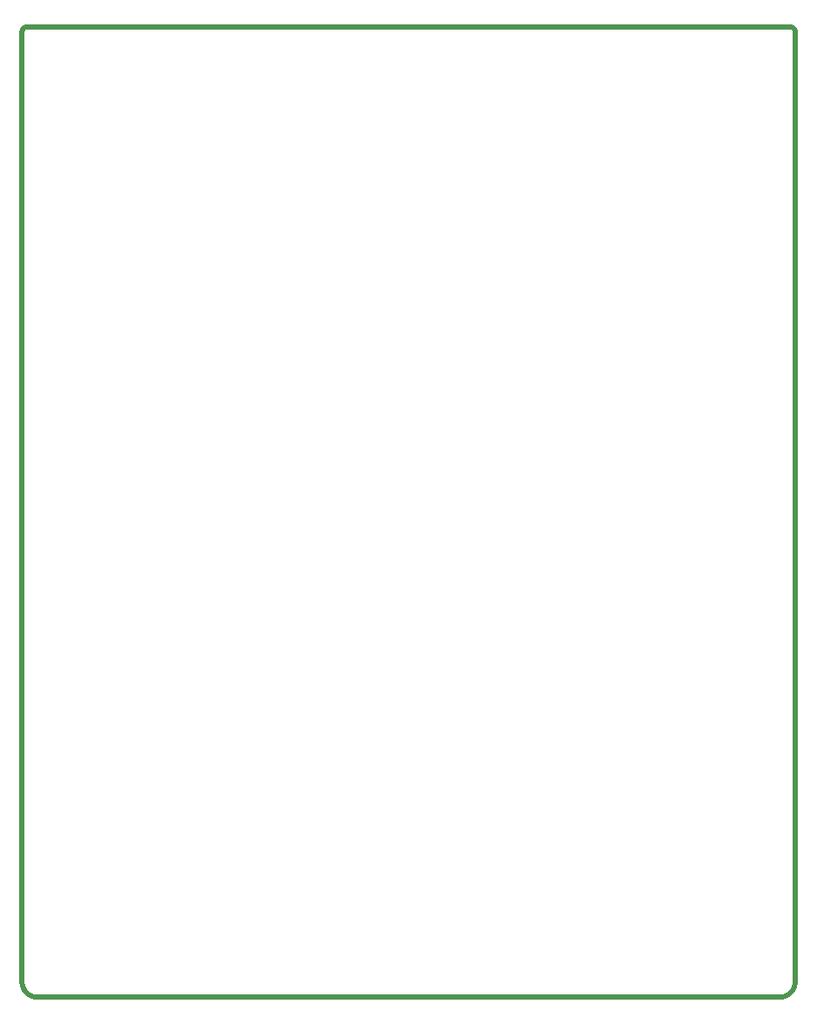
<source format=gbr>
%TF.GenerationSoftware,KiCad,Pcbnew,(6.0.2)*%
%TF.CreationDate,2022-03-22T23:07:25-04:00*%
%TF.ProjectId,RYCpad_plate,52594370-6164-45f7-906c-6174652e6b69,rev?*%
%TF.SameCoordinates,Original*%
%TF.FileFunction,Soldermask,Top*%
%TF.FilePolarity,Negative*%
%FSLAX46Y46*%
G04 Gerber Fmt 4.6, Leading zero omitted, Abs format (unit mm)*
G04 Created by KiCad (PCBNEW (6.0.2)) date 2022-03-22 23:07:25*
%MOMM*%
%LPD*%
G01*
G04 APERTURE LIST*
G04 APERTURE END LIST*
%TO.C,svg2mod*%
G36*
X-36099206Y-56874714D02*
G01*
X-36124294Y-56874198D01*
X-36149289Y-56873342D01*
X-36174188Y-56872147D01*
X-36198989Y-56870616D01*
X-36223689Y-56868750D01*
X-36248287Y-56866552D01*
X-36272779Y-56864025D01*
X-36297165Y-56861169D01*
X-36321441Y-56857989D01*
X-36345606Y-56854484D01*
X-36369658Y-56850659D01*
X-36393593Y-56846516D01*
X-36417410Y-56842055D01*
X-36441107Y-56837280D01*
X-36464682Y-56832193D01*
X-36488131Y-56826795D01*
X-36511454Y-56821090D01*
X-36534648Y-56815080D01*
X-36557710Y-56808765D01*
X-36580639Y-56802150D01*
X-36603432Y-56795236D01*
X-36626087Y-56788025D01*
X-36648601Y-56780519D01*
X-36670974Y-56772721D01*
X-36693202Y-56764632D01*
X-36715283Y-56756256D01*
X-36737215Y-56747594D01*
X-36758996Y-56738648D01*
X-36780623Y-56729421D01*
X-36802095Y-56719915D01*
X-36823409Y-56710131D01*
X-36844562Y-56700073D01*
X-36865554Y-56689743D01*
X-36886381Y-56679142D01*
X-36907042Y-56668273D01*
X-36927533Y-56657138D01*
X-36947854Y-56645739D01*
X-36968001Y-56634079D01*
X-36987972Y-56622159D01*
X-37007766Y-56609982D01*
X-37027380Y-56597550D01*
X-37046812Y-56584866D01*
X-37066060Y-56571931D01*
X-37085121Y-56558748D01*
X-37103993Y-56545318D01*
X-37122674Y-56531645D01*
X-37141162Y-56517730D01*
X-37159455Y-56503576D01*
X-37177550Y-56489184D01*
X-37195446Y-56474557D01*
X-37213139Y-56459697D01*
X-37230628Y-56444607D01*
X-37247911Y-56429288D01*
X-37264985Y-56413742D01*
X-37281848Y-56397973D01*
X-37298498Y-56381982D01*
X-37314933Y-56365771D01*
X-37331151Y-56349343D01*
X-37347148Y-56332699D01*
X-37362924Y-56315843D01*
X-37378476Y-56298775D01*
X-37393802Y-56281499D01*
X-37408899Y-56264017D01*
X-37423765Y-56246330D01*
X-37438399Y-56228441D01*
X-37452797Y-56210352D01*
X-37466958Y-56192066D01*
X-37480879Y-56173585D01*
X-37494559Y-56154910D01*
X-37507995Y-56136044D01*
X-37521184Y-56116989D01*
X-37534126Y-56097748D01*
X-37546816Y-56078322D01*
X-37559254Y-56058714D01*
X-37571437Y-56038926D01*
X-37583363Y-56018961D01*
X-37595029Y-55998819D01*
X-37606433Y-55978505D01*
X-37617574Y-55958019D01*
X-37628449Y-55937364D01*
X-37639055Y-55916543D01*
X-37649391Y-55895557D01*
X-37659455Y-55874408D01*
X-37669243Y-55853100D01*
X-37678755Y-55831633D01*
X-37687987Y-55810011D01*
X-37696937Y-55788235D01*
X-37705604Y-55766308D01*
X-37713985Y-55744231D01*
X-37722078Y-55722008D01*
X-37729881Y-55699640D01*
X-37737391Y-55677130D01*
X-37744606Y-55654479D01*
X-37751525Y-55631690D01*
X-37758144Y-55608765D01*
X-37764462Y-55585707D01*
X-37770476Y-55562517D01*
X-37776185Y-55539197D01*
X-37781585Y-55515751D01*
X-37786675Y-55492180D01*
X-37791453Y-55468486D01*
X-37795917Y-55444671D01*
X-37800063Y-55420738D01*
X-37803891Y-55396690D01*
X-37807397Y-55372527D01*
X-37810580Y-55348253D01*
X-37813437Y-55323869D01*
X-37815966Y-55299378D01*
X-37818165Y-55274782D01*
X-37820032Y-55250083D01*
X-37821564Y-55225283D01*
X-37822760Y-55200385D01*
X-37823617Y-55175391D01*
X-37824133Y-55150302D01*
X-37824305Y-55125122D01*
X-37324078Y-55125122D01*
X-37323842Y-55150539D01*
X-37323135Y-55175812D01*
X-37321961Y-55200937D01*
X-37320325Y-55225910D01*
X-37318230Y-55250727D01*
X-37315681Y-55275383D01*
X-37312682Y-55299875D01*
X-37309236Y-55324199D01*
X-37305348Y-55348351D01*
X-37301022Y-55372327D01*
X-37296262Y-55396122D01*
X-37291071Y-55419733D01*
X-37285455Y-55443155D01*
X-37279416Y-55466386D01*
X-37272959Y-55489420D01*
X-37266088Y-55512253D01*
X-37258807Y-55534882D01*
X-37251120Y-55557303D01*
X-37243031Y-55579511D01*
X-37234544Y-55601502D01*
X-37225664Y-55623273D01*
X-37216393Y-55644820D01*
X-37206737Y-55666137D01*
X-37196699Y-55687223D01*
X-37186284Y-55708071D01*
X-37175494Y-55728679D01*
X-37164335Y-55749042D01*
X-37152811Y-55769157D01*
X-37140925Y-55789019D01*
X-37128681Y-55808624D01*
X-37116084Y-55827968D01*
X-37103137Y-55847047D01*
X-37089845Y-55865858D01*
X-37076212Y-55884396D01*
X-37062241Y-55902656D01*
X-37047937Y-55920636D01*
X-37033304Y-55938331D01*
X-37018345Y-55955737D01*
X-37003065Y-55972850D01*
X-36987468Y-55989666D01*
X-36971558Y-56006181D01*
X-36955339Y-56022391D01*
X-36938814Y-56038292D01*
X-36921989Y-56053879D01*
X-36904867Y-56069150D01*
X-36887452Y-56084099D01*
X-36869747Y-56098723D01*
X-36851758Y-56113018D01*
X-36833488Y-56126980D01*
X-36814942Y-56140604D01*
X-36796122Y-56153887D01*
X-36777034Y-56166825D01*
X-36757681Y-56179414D01*
X-36738067Y-56191649D01*
X-36718197Y-56203526D01*
X-36698074Y-56215043D01*
X-36677703Y-56226194D01*
X-36657087Y-56236975D01*
X-36636231Y-56247383D01*
X-36615138Y-56257413D01*
X-36593813Y-56267062D01*
X-36572259Y-56276325D01*
X-36550481Y-56285199D01*
X-36528483Y-56293679D01*
X-36506268Y-56301761D01*
X-36483841Y-56309442D01*
X-36461206Y-56316717D01*
X-36438367Y-56323582D01*
X-36415328Y-56330033D01*
X-36392093Y-56336067D01*
X-36368665Y-56341679D01*
X-36345050Y-56346865D01*
X-36321250Y-56351621D01*
X-36297271Y-56355944D01*
X-36273116Y-56359828D01*
X-36248789Y-56363271D01*
X-36224294Y-56366267D01*
X-36199635Y-56368814D01*
X-36174816Y-56370907D01*
X-36149842Y-56372541D01*
X-36124716Y-56373714D01*
X-36099443Y-56374420D01*
X-36074025Y-56374657D01*
X36074541Y-56374657D01*
X36099959Y-56374420D01*
X36125232Y-56373714D01*
X36150358Y-56372541D01*
X36175333Y-56370907D01*
X36200151Y-56368814D01*
X36224810Y-56366267D01*
X36249305Y-56363271D01*
X36273632Y-56359828D01*
X36297788Y-56355944D01*
X36321767Y-56351621D01*
X36345567Y-56346865D01*
X36369182Y-56341679D01*
X36392610Y-56336067D01*
X36415845Y-56330033D01*
X36438884Y-56323582D01*
X36461723Y-56316717D01*
X36484358Y-56309442D01*
X36506785Y-56301761D01*
X36529000Y-56293679D01*
X36550998Y-56285199D01*
X36572776Y-56276325D01*
X36594330Y-56267062D01*
X36615655Y-56257413D01*
X36636748Y-56247383D01*
X36657604Y-56236975D01*
X36678220Y-56226194D01*
X36698592Y-56215043D01*
X36718714Y-56203526D01*
X36738585Y-56191649D01*
X36758198Y-56179414D01*
X36777551Y-56166825D01*
X36796639Y-56153887D01*
X36815459Y-56140604D01*
X36834006Y-56126980D01*
X36852275Y-56113018D01*
X36870264Y-56098723D01*
X36887969Y-56084099D01*
X36905384Y-56069150D01*
X36922506Y-56053879D01*
X36939331Y-56038292D01*
X36955856Y-56022391D01*
X36972075Y-56006181D01*
X36987985Y-55989666D01*
X37003582Y-55972850D01*
X37018862Y-55955737D01*
X37033820Y-55938331D01*
X37048454Y-55920636D01*
X37062758Y-55902656D01*
X37076729Y-55884396D01*
X37090362Y-55865858D01*
X37103654Y-55847047D01*
X37116601Y-55827968D01*
X37129198Y-55808624D01*
X37141441Y-55789019D01*
X37153327Y-55769157D01*
X37164852Y-55749042D01*
X37176011Y-55728679D01*
X37186800Y-55708071D01*
X37197216Y-55687223D01*
X37207254Y-55666137D01*
X37216910Y-55644820D01*
X37226180Y-55623273D01*
X37235061Y-55601502D01*
X37243547Y-55579511D01*
X37251636Y-55557303D01*
X37259323Y-55534882D01*
X37266604Y-55512253D01*
X37273475Y-55489420D01*
X37279932Y-55466386D01*
X37285971Y-55443155D01*
X37291587Y-55419733D01*
X37296778Y-55396122D01*
X37301538Y-55372327D01*
X37305865Y-55348351D01*
X37309752Y-55324199D01*
X37313198Y-55299875D01*
X37316197Y-55275383D01*
X37318746Y-55250727D01*
X37320841Y-55225910D01*
X37322477Y-55200937D01*
X37323651Y-55175812D01*
X37324358Y-55150539D01*
X37324594Y-55125122D01*
X37324594Y37125060D01*
X37323594Y37151453D01*
X37320625Y37176639D01*
X37315739Y37200569D01*
X37308987Y37223191D01*
X37300419Y37244455D01*
X37290086Y37264309D01*
X37278040Y37282704D01*
X37264330Y37299588D01*
X37249008Y37314910D01*
X37232124Y37328619D01*
X37213730Y37340666D01*
X37193876Y37350998D01*
X37172612Y37359566D01*
X37149990Y37366318D01*
X37126060Y37371204D01*
X37100874Y37374173D01*
X37074481Y37375174D01*
X-37073963Y37375174D01*
X-37100356Y37374173D01*
X-37125542Y37371204D01*
X-37149472Y37366318D01*
X-37172095Y37359566D01*
X-37193359Y37350998D01*
X-37213213Y37340665D01*
X-37231608Y37328619D01*
X-37248492Y37314909D01*
X-37263814Y37299586D01*
X-37277524Y37282703D01*
X-37289570Y37264308D01*
X-37299903Y37244454D01*
X-37308471Y37223190D01*
X-37315223Y37200568D01*
X-37320109Y37176639D01*
X-37323078Y37151452D01*
X-37324078Y37125060D01*
X-37324078Y-55125122D01*
X-37824305Y-55125122D01*
X-37824305Y37125060D01*
X-37823914Y37150328D01*
X-37822749Y37175354D01*
X-37820821Y37200127D01*
X-37818140Y37224635D01*
X-37814719Y37248868D01*
X-37810568Y37272814D01*
X-37805698Y37296462D01*
X-37800120Y37319802D01*
X-37793846Y37342822D01*
X-37786887Y37365511D01*
X-37779253Y37387859D01*
X-37770956Y37409853D01*
X-37762007Y37431483D01*
X-37752417Y37452739D01*
X-37742197Y37473608D01*
X-37731358Y37494080D01*
X-37719911Y37514144D01*
X-37707868Y37533789D01*
X-37695240Y37553004D01*
X-37682037Y37571777D01*
X-37668270Y37590097D01*
X-37653952Y37607954D01*
X-37639093Y37625337D01*
X-37623704Y37642234D01*
X-37607795Y37658634D01*
X-37591380Y37674527D01*
X-37574467Y37689901D01*
X-37557069Y37704745D01*
X-37539197Y37719048D01*
X-37520861Y37732799D01*
X-37502074Y37745987D01*
X-37482845Y37758601D01*
X-37463186Y37770630D01*
X-37443108Y37782063D01*
X-37422623Y37792889D01*
X-37401741Y37803096D01*
X-37380473Y37812674D01*
X-37358831Y37821611D01*
X-37336825Y37829897D01*
X-37314468Y37837521D01*
X-37291769Y37844471D01*
X-37268740Y37850736D01*
X-37245393Y37856306D01*
X-37221737Y37861169D01*
X-37197785Y37865314D01*
X-37173547Y37868730D01*
X-37149035Y37871406D01*
X-37124259Y37873332D01*
X-37099232Y37874495D01*
X-37073963Y37874885D01*
X37074481Y37874885D01*
X37099750Y37874495D01*
X37124776Y37873332D01*
X37149549Y37871406D01*
X37174057Y37868730D01*
X37198290Y37865314D01*
X37222236Y37861169D01*
X37245884Y37856306D01*
X37269224Y37850736D01*
X37292244Y37844471D01*
X37314933Y37837521D01*
X37337281Y37829897D01*
X37359275Y37821611D01*
X37380906Y37812674D01*
X37402161Y37803096D01*
X37423030Y37792888D01*
X37443503Y37782063D01*
X37463567Y37770630D01*
X37483211Y37758601D01*
X37502426Y37745987D01*
X37521199Y37732799D01*
X37539519Y37719048D01*
X37557376Y37704744D01*
X37574759Y37689900D01*
X37591656Y37674527D01*
X37608056Y37658634D01*
X37623948Y37642234D01*
X37639322Y37625337D01*
X37654166Y37607954D01*
X37668469Y37590097D01*
X37682220Y37571776D01*
X37695408Y37553003D01*
X37708022Y37533789D01*
X37720051Y37514144D01*
X37731484Y37494080D01*
X37742309Y37473608D01*
X37752516Y37452739D01*
X37762094Y37431483D01*
X37771032Y37409853D01*
X37779318Y37387858D01*
X37786941Y37365511D01*
X37793891Y37342822D01*
X37800156Y37319802D01*
X37805726Y37296462D01*
X37810589Y37272814D01*
X37814734Y37248868D01*
X37818150Y37224635D01*
X37820826Y37200127D01*
X37822751Y37175354D01*
X37823915Y37150328D01*
X37824305Y37125060D01*
X37824305Y-55125122D01*
X37824133Y-55150302D01*
X37823617Y-55175391D01*
X37822761Y-55200385D01*
X37821566Y-55225283D01*
X37820035Y-55250083D01*
X37818169Y-55274782D01*
X37815971Y-55299378D01*
X37813444Y-55323869D01*
X37810588Y-55348253D01*
X37807408Y-55372527D01*
X37803904Y-55396690D01*
X37800079Y-55420738D01*
X37795935Y-55444671D01*
X37791474Y-55468486D01*
X37786699Y-55492180D01*
X37781612Y-55515751D01*
X37776215Y-55539197D01*
X37770510Y-55562517D01*
X37764499Y-55585707D01*
X37758185Y-55608765D01*
X37751569Y-55631690D01*
X37744655Y-55654479D01*
X37737444Y-55677130D01*
X37729938Y-55699640D01*
X37722140Y-55722008D01*
X37714052Y-55744231D01*
X37705675Y-55766308D01*
X37697013Y-55788235D01*
X37688067Y-55810011D01*
X37678840Y-55831633D01*
X37669334Y-55853100D01*
X37659551Y-55874408D01*
X37649493Y-55895557D01*
X37639162Y-55916543D01*
X37628561Y-55937364D01*
X37617692Y-55958019D01*
X37606557Y-55978505D01*
X37595159Y-55998819D01*
X37583498Y-56018961D01*
X37571579Y-56038926D01*
X37559402Y-56058714D01*
X37546970Y-56078322D01*
X37534286Y-56097748D01*
X37521351Y-56116989D01*
X37508168Y-56136044D01*
X37494738Y-56154910D01*
X37481065Y-56173585D01*
X37467150Y-56192066D01*
X37452995Y-56210352D01*
X37438604Y-56228441D01*
X37423977Y-56246330D01*
X37409117Y-56264017D01*
X37394027Y-56281499D01*
X37378708Y-56298775D01*
X37363162Y-56315843D01*
X37347393Y-56332699D01*
X37331402Y-56349343D01*
X37315191Y-56365771D01*
X37298763Y-56381982D01*
X37282119Y-56397973D01*
X37265263Y-56413742D01*
X37248195Y-56429288D01*
X37230919Y-56444607D01*
X37213437Y-56459697D01*
X37195750Y-56474557D01*
X37177861Y-56489184D01*
X37159773Y-56503576D01*
X37141486Y-56517730D01*
X37123005Y-56531645D01*
X37104330Y-56545318D01*
X37085464Y-56558748D01*
X37066409Y-56571931D01*
X37047168Y-56584866D01*
X37027742Y-56597550D01*
X37008134Y-56609982D01*
X36988347Y-56622159D01*
X36968381Y-56634079D01*
X36948240Y-56645739D01*
X36927925Y-56657138D01*
X36907439Y-56668273D01*
X36886784Y-56679142D01*
X36865963Y-56689743D01*
X36844977Y-56700073D01*
X36823828Y-56710131D01*
X36802520Y-56719915D01*
X36781053Y-56729421D01*
X36759431Y-56738648D01*
X36737655Y-56747594D01*
X36715728Y-56756256D01*
X36693651Y-56764632D01*
X36671428Y-56772721D01*
X36649060Y-56780519D01*
X36626550Y-56788025D01*
X36603899Y-56795236D01*
X36581110Y-56802150D01*
X36558185Y-56808765D01*
X36535127Y-56815080D01*
X36511937Y-56821090D01*
X36488617Y-56826795D01*
X36465171Y-56832193D01*
X36441599Y-56837280D01*
X36417905Y-56842055D01*
X36394091Y-56846516D01*
X36370158Y-56850659D01*
X36346109Y-56854484D01*
X36321947Y-56857989D01*
X36297672Y-56861169D01*
X36273288Y-56864025D01*
X36248797Y-56866552D01*
X36224201Y-56868750D01*
X36199502Y-56870616D01*
X36174702Y-56872147D01*
X36149804Y-56873342D01*
X36124810Y-56874198D01*
X36099722Y-56874714D01*
X36074541Y-56874886D01*
X-36074025Y-56874886D01*
X-36099206Y-56874714D01*
G37*
%TD*%
M02*

</source>
